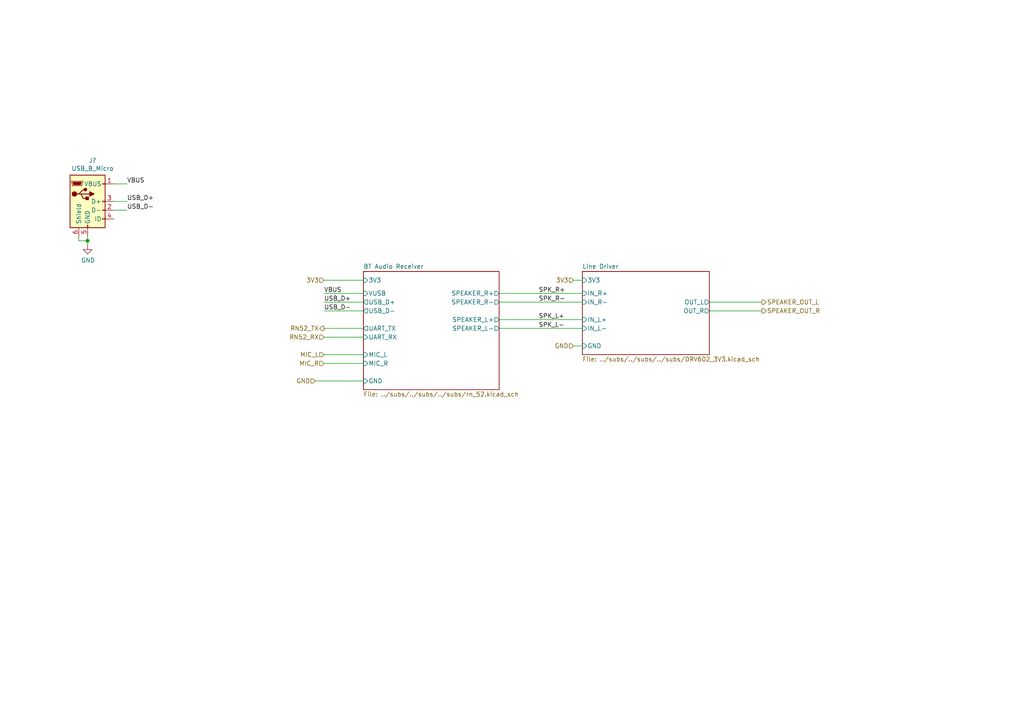
<source format=kicad_sch>
(kicad_sch (version 20211123) (generator eeschema)
  (paper "A4")
  (lib_symbols
    (symbol "Connector:USB_B_Micro" (pin_names (offset 1.016))
      (property "Reference" "J" (at -5.08 11.43 0))
      (property "Value" "USB_B_Micro" (at -5.08 8.89 0))
      (symbol "USB_B_Micro_0_1"
        (rectangle (start -5.08 -7.62) (end 5.08 7.62) (stroke (width 0.254)) (fill (type background)))
        (circle (center -3.81 2.159) (radius 0.635) (stroke (width 0.254)) (fill (type outline)))
        (circle (center -0.635 3.429) (radius 0.381) (stroke (width 0.254)) (fill (type outline)))
        (rectangle (start -0.127 -7.62) (end 0.127 -6.858))
        (polyline (pts (xy -1.905 2.159) (xy 0.635 2.159)) (stroke (width 0.254)))
        (polyline (pts (xy -3.175 2.159) (xy -2.54 2.159) (xy -1.27 3.429) (xy -0.635 3.429)) (stroke (width 0.254)))
        (polyline (pts (xy -2.54 2.159) (xy -1.905 2.159) (xy -1.27 0.889) (xy 0 0.889)) (stroke (width 0.254)))
        (polyline (pts (xy 0.635 2.794) (xy 0.635 1.524) (xy 1.905 2.159) (xy 0.635 2.794)) (stroke (width 0.254)) (fill (type outline)))
        (polyline (pts (xy -4.318 5.588) (xy -1.778 5.588) (xy -2.032 4.826) (xy -4.064 4.826) (xy -4.318 5.588)) (fill (type outline)))
        (polyline (pts (xy -4.699 5.842) (xy -4.699 5.588) (xy -4.445 4.826) (xy -4.445 4.572) (xy -1.651 4.572) (xy -1.651 4.826) (xy -1.397 5.588) (xy -1.397 5.842) (xy -4.699 5.842)))
        (rectangle (start 0.254 1.27) (end -0.508 0.508) (stroke (width 0.254)) (fill (type outline)))
        (rectangle (start 5.08 -5.207) (end 4.318 -4.953))
        (rectangle (start 5.08 -2.667) (end 4.318 -2.413))
        (rectangle (start 5.08 -0.127) (end 4.318 0.127))
        (rectangle (start 5.08 4.953) (end 4.318 5.207))
      )
      (symbol "USB_B_Micro_1_1"
        (pin power_out line (at 7.62 5.08 180) (length 2.54) (name "VBUS") (number "1"))
        (pin bidirectional line (at 7.62 -2.54 180) (length 2.54) (name "D-") (number "2"))
        (pin bidirectional line (at 7.62 0 180) (length 2.54) (name "D+") (number "3"))
        (pin passive line (at 7.62 -5.08 180) (length 2.54) (name "ID") (number "4"))
        (pin power_out line (at 0 -10.16 90) (length 2.54) (name "GND") (number "5"))
        (pin passive line (at -2.54 -10.16 90) (length 2.54) (name "Shield") (number "6"))
      )
    )
    (symbol "power:GND" (power) (pin_names (offset 0))
      (property "Value" "GND" (at 0 -3.81 0))
      (symbol "GND_0_1"
        (polyline (pts (xy 0 0) (xy 0 -1.27) (xy 1.27 -1.27) (xy 0 -2.54) (xy -1.27 -1.27) (xy 0 -1.27)))
      )
      (symbol "GND_1_1"
        (pin power_in line (at 0 0 270) (length 0) hide (name "GND") (number "1"))
      )
    )
  )
  (junction (at 25.4 69.85))
  (wire (pts (xy 144.78 95.25) (xy 168.91 95.25)))
  (wire (pts (xy 93.98 87.63) (xy 105.41 87.63)))
  (wire (pts (xy 220.98 87.63) (xy 205.74 87.63)))
  (wire (pts (xy 93.98 90.17) (xy 105.41 90.17)))
  (wire (pts (xy 25.4 69.85) (xy 22.86 69.85)))
  (wire (pts (xy 205.74 90.17) (xy 220.98 90.17)))
  (wire (pts (xy 91.44 110.49) (xy 105.41 110.49)))
  (wire (pts (xy 144.78 92.71) (xy 168.91 92.71)))
  (wire (pts (xy 144.78 85.09) (xy 168.91 85.09)))
  (wire (pts (xy 36.83 58.42) (xy 33.02 58.42)))
  (wire (pts (xy 22.86 69.85) (xy 22.86 68.58)))
  (wire (pts (xy 144.78 87.63) (xy 168.91 87.63)))
  (wire (pts (xy 93.98 105.41) (xy 105.41 105.41)))
  (wire (pts (xy 25.4 69.85) (xy 25.4 71.12)))
  (wire (pts (xy 93.98 102.87) (xy 105.41 102.87)))
  (wire (pts (xy 93.98 85.09) (xy 105.41 85.09)))
  (wire (pts (xy 168.91 100.33) (xy 166.37 100.33)))
  (wire (pts (xy 25.4 68.58) (xy 25.4 69.85)))
  (wire (pts (xy 93.98 95.25) (xy 105.41 95.25)))
  (wire (pts (xy 93.98 81.28) (xy 105.41 81.28)))
  (wire (pts (xy 33.02 53.34) (xy 36.83 53.34)))
  (wire (pts (xy 93.98 97.79) (xy 105.41 97.79)))
  (wire (pts (xy 166.37 81.28) (xy 168.91 81.28)))
  (wire (pts (xy 33.02 60.96) (xy 36.83 60.96)))
  (label "USB_D-" (at 36.83 60.96 0))
  (label "VBUS" (at 93.98 85.09 0))
  (label "SPK_R-" (at 156.21 87.63 0))
  (label "SPK_L+" (at 156.21 92.71 0))
  (label "VBUS" (at 36.83 53.34 0))
  (label "USB_D+" (at 93.98 87.63 0))
  (label "SPK_R+" (at 156.21 85.09 0))
  (label "USB_D+" (at 36.83 58.42 0))
  (label "SPK_L-" (at 156.21 95.25 0))
  (label "USB_D-" (at 93.98 90.17 0))
  (hierarchical_label "RN52_TX" (shape output) (at 93.98 95.25 180))
  (hierarchical_label "SPEAKER_OUT_L" (shape output) (at 220.98 87.63 0))
  (hierarchical_label "3V3" (shape input) (at 93.98 81.28 180))
  (hierarchical_label "GND" (shape input) (at 166.37 100.33 180))
  (hierarchical_label "GND" (shape input) (at 91.44 110.49 180))
  (hierarchical_label "3V3" (shape input) (at 166.37 81.28 180))
  (hierarchical_label "RN52_RX" (shape input) (at 93.98 97.79 180))
  (hierarchical_label "MIC_R" (shape input) (at 93.98 105.41 180))
  (hierarchical_label "MIC_L" (shape input) (at 93.98 102.87 180))
  (hierarchical_label "SPEAKER_OUT_R" (shape output) (at 220.98 90.17 0))
  (symbol (lib_id "Connector:USB_B_Micro") (at 25.4 58.42 0) (unit 1)
    (property "Reference" "J?" (at 26.8478 46.5582 0))
    (property "Value" "USB_B_Micro" (at 26.8478 48.8696 0))
  )
  (symbol (lib_id "power:GND") (at 25.4 71.12 0) (unit 1)
    (property "Reference" "#PWR0127" (effects hide))
    (property "Value" "GND" (at 25.527 75.5142 0))
  )
  (sheet (at 168.91 78.74) (size 36.83 24.13)
    (property "Sheet name" "Line Driver" (at 168.91 78.0284 0) (effects (justify left bottom)))
    (property "Sheet file" "../subs/../subs/../subs/DRV602_3V3.kicad_sch" (at 168.91 103.4546 0) (effects (justify left top)))
    (pin "OUT_R" output (at 205.74 90.17 0))
    (pin "OUT_L" output (at 205.74 87.63 0))
    (pin "GND" input (at 168.91 100.33 180))
    (pin "IN_R+" input (at 168.91 85.09 180))
    (pin "IN_R-" input (at 168.91 87.63 180))
    (pin "IN_L+" input (at 168.91 92.71 180))
    (pin "IN_L-" input (at 168.91 95.25 180))
    (pin "3V3" input (at 168.91 81.28 180))
  )
  (sheet (at 105.41 78.74) (size 39.37 34.29)
    (property "Sheet name" "BT Audio Receiver" (at 105.41 78.0284 0) (effects (justify left bottom)))
    (property "Sheet file" "../subs/../subs/../subs/rn_52.kicad_sch" (at 105.41 113.6146 0) (effects (justify left top)))
    (pin "GND" input (at 105.41 110.49 180))
    (pin "3V3" input (at 105.41 81.28 180))
    (pin "MIC_L" input (at 105.41 102.87 180))
    (pin "MIC_R" input (at 105.41 105.41 180))
    (pin "UART_RX" input (at 105.41 97.79 180))
    (pin "UART_TX" output (at 105.41 95.25 180))
    (pin "VUSB" input (at 105.41 85.09 180))
    (pin "SPEAKER_R-" output (at 144.78 87.63 0))
    (pin "SPEAKER_L-" output (at 144.78 95.25 0))
    (pin "SPEAKER_R+" output (at 144.78 85.09 0))
    (pin "SPEAKER_L+" output (at 144.78 92.71 0))
    (pin "USB_D+" output (at 105.41 87.63 180))
    (pin "USB_D-" output (at 105.41 90.17 180))
  )
)
</source>
